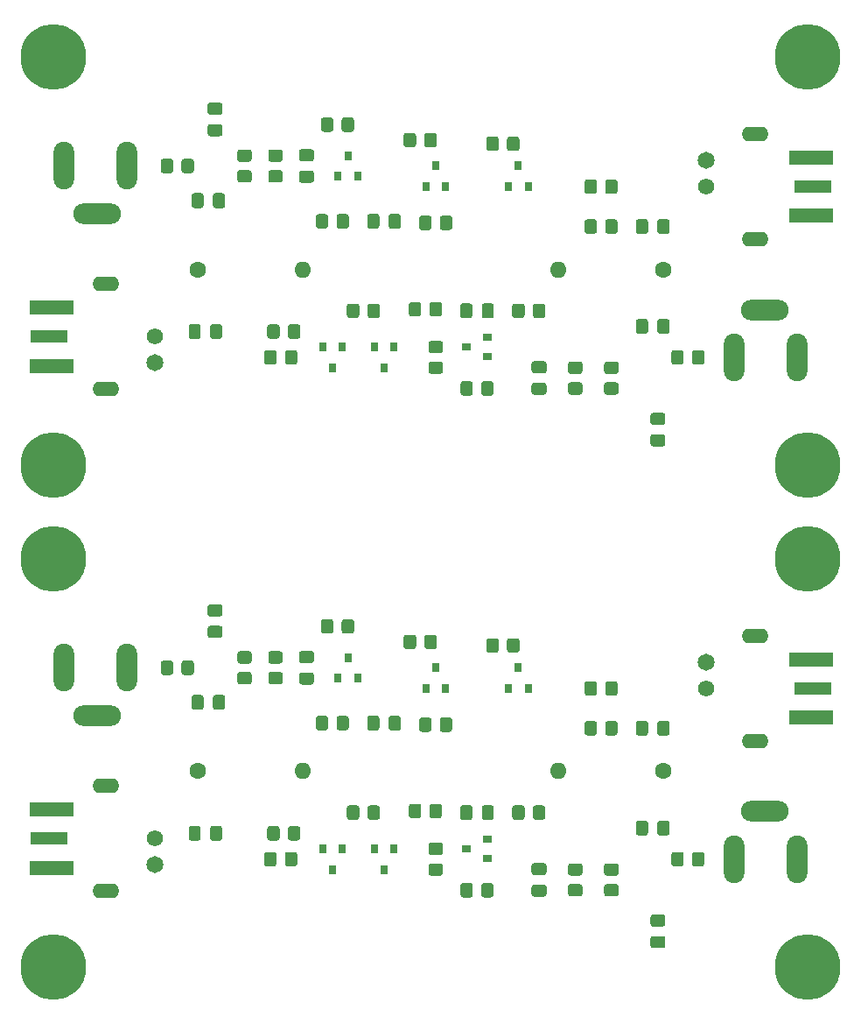
<source format=gts>
%MOIN*%
%OFA0B0*%
%FSLAX46Y46*%
%IPPOS*%
%LPD*%
%ADD10C,0.062992125984251982*%
%ADD11O,0.062992125984251982X0.062992125984251982*%
%ADD12R,0.16535433070866143X0.053149606299212608*%
%ADD13R,0.14173228346456693X0.05*%
%ADD14C,0.062*%
%ADD15C,0.065*%
%ADD16O,0.10236220472440946X0.055118110236220472*%
%ADD17R,0.031496062992125991X0.035433070866141732*%
%ADD18R,0.035433070866141732X0.031496062992125991*%
%ADD19O,0.18110236220472439X0.07874015748031496*%
%ADD20O,0.07874015748031496X0.18110236220472439*%
%ADD21C,0.25*%
%ADD32C,0.062992125984251982*%
%ADD33O,0.062992125984251982X0.062992125984251982*%
%ADD34R,0.16535433070866143X0.053149606299212608*%
%ADD35R,0.14173228346456693X0.05*%
%ADD36C,0.062*%
%ADD37C,0.065*%
%ADD38O,0.10236220472440946X0.055118110236220472*%
%ADD39R,0.031496062992125991X0.035433070866141732*%
%ADD40R,0.035433070866141732X0.031496062992125991*%
%ADD41O,0.18110236220472439X0.07874015748031496*%
%ADD42O,0.07874015748031496X0.18110236220472439*%
%ADD43C,0.25*%
%LPD*%
G01*
G36*
G01*
X0002618110Y0000568897D02*
X0002618110Y0000533464D01*
G75*
G02*
X0002608267Y0000523622I-0000009842D01*
G01*
X0002580708Y0000523622D01*
G75*
G02*
X0002570866Y0000533464J0000009842D01*
G01*
X0002570866Y0000568897D01*
G75*
G02*
X0002580708Y0000578740I0000009842D01*
G01*
X0002608267Y0000578740D01*
G75*
G02*
X0002618110Y0000568897J-0000009842D01*
G01*
G37*
G36*
G01*
X0002539370Y0000568897D02*
X0002539370Y0000533464D01*
G75*
G02*
X0002529527Y0000523622I-0000009842D01*
G01*
X0002501968Y0000523622D01*
G75*
G02*
X0002492125Y0000533464J0000009842D01*
G01*
X0002492125Y0000568897D01*
G75*
G02*
X0002501968Y0000578740I0000009842D01*
G01*
X0002529527Y0000578740D01*
G75*
G02*
X0002539370Y0000568897J-0000009842D01*
G01*
G37*
D10*
X0002461614Y0000885826D03*
D11*
X0002061614Y0000885826D03*
D12*
X0000129921Y0000741141D03*
X0000129921Y0000518700D03*
D13*
X0000122047Y0000629921D03*
X0003031496Y0001200787D03*
D12*
X0003023622Y0001312007D03*
X0003023622Y0001089566D03*
D14*
X0000523622Y0000629921D03*
D15*
X0000523622Y0000529921D03*
D16*
X0000339370Y0000429921D03*
X0000339370Y0000829921D03*
X0002810236Y0001000787D03*
X0002810236Y0001400787D03*
D15*
X0002625984Y0001300787D03*
D14*
X0002625984Y0001200787D03*
G36*
G01*
X0000735236Y0001520669D02*
X0000772637Y0001520669D01*
G75*
G02*
X0000782480Y0001510826J-0000009842D01*
G01*
X0000782480Y0001484251D01*
G75*
G02*
X0000772637Y0001474409I-0000009842D01*
G01*
X0000735236Y0001474409D01*
G75*
G02*
X0000725393Y0001484251J0000009842D01*
G01*
X0000725393Y0001510826D01*
G75*
G02*
X0000735236Y0001520669I0000009842D01*
G01*
G37*
G36*
G01*
X0000735236Y0001438976D02*
X0000772637Y0001438976D01*
G75*
G02*
X0000782480Y0001429133J-0000009842D01*
G01*
X0000782480Y0001402559D01*
G75*
G02*
X0000772637Y0001392716I-0000009842D01*
G01*
X0000735236Y0001392716D01*
G75*
G02*
X0000725393Y0001402559J0000009842D01*
G01*
X0000725393Y0001429133D01*
G75*
G02*
X0000735236Y0001438976I0000009842D01*
G01*
G37*
G36*
G01*
X0000710629Y0001166338D02*
X0000710629Y0001128936D01*
G75*
G02*
X0000700787Y0001119094I-0000009842D01*
G01*
X0000674212Y0001119094D01*
G75*
G02*
X0000664370Y0001128936J0000009842D01*
G01*
X0000664370Y0001166338D01*
G75*
G02*
X0000674212Y0001176181I0000009842D01*
G01*
X0000700787Y0001176181D01*
G75*
G02*
X0000710629Y0001166338J-0000009842D01*
G01*
G37*
G36*
G01*
X0000792322Y0001166338D02*
X0000792322Y0001128936D01*
G75*
G02*
X0000782480Y0001119094I-0000009842D01*
G01*
X0000755905Y0001119094D01*
G75*
G02*
X0000746062Y0001128936J0000009842D01*
G01*
X0000746062Y0001166338D01*
G75*
G02*
X0000755905Y0001176181I0000009842D01*
G01*
X0000782480Y0001176181D01*
G75*
G02*
X0000792322Y0001166338J-0000009842D01*
G01*
G37*
G36*
G01*
X0001083661Y0001343503D02*
X0001121062Y0001343503D01*
G75*
G02*
X0001130905Y0001333661J-0000009842D01*
G01*
X0001130905Y0001307086D01*
G75*
G02*
X0001121062Y0001297244I-0000009842D01*
G01*
X0001083661Y0001297244D01*
G75*
G02*
X0001073818Y0001307086J0000009842D01*
G01*
X0001073818Y0001333661D01*
G75*
G02*
X0001083661Y0001343503I0000009842D01*
G01*
G37*
G36*
G01*
X0001083661Y0001261810D02*
X0001121062Y0001261810D01*
G75*
G02*
X0001130905Y0001251968J-0000009842D01*
G01*
X0001130905Y0001225393D01*
G75*
G02*
X0001121062Y0001215551I-0000009842D01*
G01*
X0001083661Y0001215551D01*
G75*
G02*
X0001073818Y0001225393J0000009842D01*
G01*
X0001073818Y0001251968D01*
G75*
G02*
X0001083661Y0001261810I0000009842D01*
G01*
G37*
G36*
G01*
X0001379921Y0001087598D02*
X0001379921Y0001050196D01*
G75*
G02*
X0001370078Y0001040354I-0000009842D01*
G01*
X0001343503Y0001040354D01*
G75*
G02*
X0001333661Y0001050196J0000009842D01*
G01*
X0001333661Y0001087598D01*
G75*
G02*
X0001343503Y0001097440I0000009842D01*
G01*
X0001370078Y0001097440D01*
G75*
G02*
X0001379921Y0001087598J-0000009842D01*
G01*
G37*
G36*
G01*
X0001461614Y0001087598D02*
X0001461614Y0001050196D01*
G75*
G02*
X0001451771Y0001040354I-0000009842D01*
G01*
X0001425196Y0001040354D01*
G75*
G02*
X0001415354Y0001050196J0000009842D01*
G01*
X0001415354Y0001087598D01*
G75*
G02*
X0001425196Y0001097440I0000009842D01*
G01*
X0001451771Y0001097440D01*
G75*
G02*
X0001461614Y0001087598J-0000009842D01*
G01*
G37*
G36*
G01*
X0002403543Y0001067913D02*
X0002403543Y0001030511D01*
G75*
G02*
X0002393700Y0001020669I-0000009842D01*
G01*
X0002367125Y0001020669D01*
G75*
G02*
X0002357283Y0001030511J0000009842D01*
G01*
X0002357283Y0001067913D01*
G75*
G02*
X0002367125Y0001077755I0000009842D01*
G01*
X0002393700Y0001077755D01*
G75*
G02*
X0002403543Y0001067913J-0000009842D01*
G01*
G37*
G36*
G01*
X0002485236Y0001067913D02*
X0002485236Y0001030511D01*
G75*
G02*
X0002475393Y0001020669I-0000009842D01*
G01*
X0002448818Y0001020669D01*
G75*
G02*
X0002438976Y0001030511J0000009842D01*
G01*
X0002438976Y0001067913D01*
G75*
G02*
X0002448818Y0001077755I0000009842D01*
G01*
X0002475393Y0001077755D01*
G75*
G02*
X0002485236Y0001067913J-0000009842D01*
G01*
G37*
G36*
G01*
X0002357283Y0000650590D02*
X0002357283Y0000687992D01*
G75*
G02*
X0002367125Y0000697834I0000009842D01*
G01*
X0002393700Y0000697834D01*
G75*
G02*
X0002403543Y0000687992J-0000009842D01*
G01*
X0002403543Y0000650590D01*
G75*
G02*
X0002393700Y0000640747I-0000009842D01*
G01*
X0002367125Y0000640747D01*
G75*
G02*
X0002357283Y0000650590J0000009842D01*
G01*
G37*
G36*
G01*
X0002438976Y0000650590D02*
X0002438976Y0000687992D01*
G75*
G02*
X0002448818Y0000697834I0000009842D01*
G01*
X0002475393Y0000697834D01*
G75*
G02*
X0002485236Y0000687992J-0000009842D01*
G01*
X0002485236Y0000650590D01*
G75*
G02*
X0002475393Y0000640747I-0000009842D01*
G01*
X0002448818Y0000640747D01*
G75*
G02*
X0002438976Y0000650590J0000009842D01*
G01*
G37*
G36*
G01*
X0002422244Y0000340551D02*
X0002459645Y0000340551D01*
G75*
G02*
X0002469488Y0000330708J-0000009842D01*
G01*
X0002469488Y0000304133D01*
G75*
G02*
X0002459645Y0000294291I-0000009842D01*
G01*
X0002422244Y0000294291D01*
G75*
G02*
X0002412401Y0000304133J0000009842D01*
G01*
X0002412401Y0000330708D01*
G75*
G02*
X0002422244Y0000340551I0000009842D01*
G01*
G37*
G36*
G01*
X0002422244Y0000258858D02*
X0002459645Y0000258858D01*
G75*
G02*
X0002469488Y0000249015J-0000009842D01*
G01*
X0002469488Y0000222440D01*
G75*
G02*
X0002459645Y0000212598I-0000009842D01*
G01*
X0002422244Y0000212598D01*
G75*
G02*
X0002412401Y0000222440J0000009842D01*
G01*
X0002412401Y0000249015D01*
G75*
G02*
X0002422244Y0000258858I0000009842D01*
G01*
G37*
G36*
G01*
X0002006889Y0000490157D02*
X0001969488Y0000490157D01*
G75*
G02*
X0001959645Y0000500000J0000009842D01*
G01*
X0001959645Y0000526574D01*
G75*
G02*
X0001969488Y0000536417I0000009842D01*
G01*
X0002006889Y0000536417D01*
G75*
G02*
X0002016732Y0000526574J-0000009842D01*
G01*
X0002016732Y0000500000D01*
G75*
G02*
X0002006889Y0000490157I-0000009842D01*
G01*
G37*
G36*
G01*
X0002006889Y0000408464D02*
X0001969488Y0000408464D01*
G75*
G02*
X0001959645Y0000418307J0000009842D01*
G01*
X0001959645Y0000444881D01*
G75*
G02*
X0001969488Y0000454724I0000009842D01*
G01*
X0002006889Y0000454724D01*
G75*
G02*
X0002016732Y0000444881J-0000009842D01*
G01*
X0002016732Y0000418307D01*
G75*
G02*
X0002006889Y0000408464I-0000009842D01*
G01*
G37*
G36*
G01*
X0001687992Y0000709645D02*
X0001687992Y0000747047D01*
G75*
G02*
X0001697834Y0000756889I0000009842D01*
G01*
X0001724409Y0000756889D01*
G75*
G02*
X0001734251Y0000747047J-0000009842D01*
G01*
X0001734251Y0000709645D01*
G75*
G02*
X0001724409Y0000699803I-0000009842D01*
G01*
X0001697834Y0000699803D01*
G75*
G02*
X0001687992Y0000709645J0000009842D01*
G01*
G37*
G36*
G01*
X0001769685Y0000709645D02*
X0001769685Y0000747047D01*
G75*
G02*
X0001779527Y0000756889I0000009842D01*
G01*
X0001806102Y0000756889D01*
G75*
G02*
X0001815944Y0000747047J-0000009842D01*
G01*
X0001815944Y0000709645D01*
G75*
G02*
X0001806102Y0000699803I-0000009842D01*
G01*
X0001779527Y0000699803D01*
G75*
G02*
X0001769685Y0000709645J0000009842D01*
G01*
G37*
G36*
G01*
X0000735039Y0000630905D02*
X0000735039Y0000668307D01*
G75*
G02*
X0000744881Y0000678149I0000009842D01*
G01*
X0000771456Y0000678149D01*
G75*
G02*
X0000781299Y0000668307J-0000009842D01*
G01*
X0000781299Y0000630905D01*
G75*
G02*
X0000771456Y0000621062I-0000009842D01*
G01*
X0000744881Y0000621062D01*
G75*
G02*
X0000735039Y0000630905J0000009842D01*
G01*
G37*
G36*
G01*
X0000653346Y0000630905D02*
X0000653346Y0000668307D01*
G75*
G02*
X0000663188Y0000678149I0000009842D01*
G01*
X0000689763Y0000678149D01*
G75*
G02*
X0000699606Y0000668307J-0000009842D01*
G01*
X0000699606Y0000630905D01*
G75*
G02*
X0000689763Y0000621062I-0000009842D01*
G01*
X0000663188Y0000621062D01*
G75*
G02*
X0000653346Y0000630905J0000009842D01*
G01*
G37*
G36*
G01*
X0000966535Y0001263779D02*
X0001001968Y0001263779D01*
G75*
G02*
X0001011811Y0001253937J-0000009842D01*
G01*
X0001011811Y0001226377D01*
G75*
G02*
X0001001968Y0001216535I-0000009842D01*
G01*
X0000966535Y0001216535D01*
G75*
G02*
X0000956692Y0001226377J0000009842D01*
G01*
X0000956692Y0001253937D01*
G75*
G02*
X0000966535Y0001263779I0000009842D01*
G01*
G37*
G36*
G01*
X0000966535Y0001342519D02*
X0001001968Y0001342519D01*
G75*
G02*
X0001011811Y0001332677J-0000009842D01*
G01*
X0001011811Y0001305118D01*
G75*
G02*
X0001001968Y0001295275I-0000009842D01*
G01*
X0000966535Y0001295275D01*
G75*
G02*
X0000956692Y0001305118J0000009842D01*
G01*
X0000956692Y0001332677D01*
G75*
G02*
X0000966535Y0001342519I0000009842D01*
G01*
G37*
G36*
G01*
X0000883858Y0001216535D02*
X0000848425Y0001216535D01*
G75*
G02*
X0000838582Y0001226377J0000009842D01*
G01*
X0000838582Y0001253937D01*
G75*
G02*
X0000848425Y0001263779I0000009842D01*
G01*
X0000883858Y0001263779D01*
G75*
G02*
X0000893700Y0001253937J-0000009842D01*
G01*
X0000893700Y0001226377D01*
G75*
G02*
X0000883858Y0001216535I-0000009842D01*
G01*
G37*
G36*
G01*
X0000883858Y0001295275D02*
X0000848425Y0001295275D01*
G75*
G02*
X0000838582Y0001305118J0000009842D01*
G01*
X0000838582Y0001332677D01*
G75*
G02*
X0000848425Y0001342519I0000009842D01*
G01*
X0000883858Y0001342519D01*
G75*
G02*
X0000893700Y0001332677J-0000009842D01*
G01*
X0000893700Y0001305118D01*
G75*
G02*
X0000883858Y0001295275I-0000009842D01*
G01*
G37*
G36*
G01*
X0001283464Y0001454724D02*
X0001283464Y0001419291D01*
G75*
G02*
X0001273622Y0001409448I-0000009842D01*
G01*
X0001246062Y0001409448D01*
G75*
G02*
X0001236220Y0001419291J0000009842D01*
G01*
X0001236220Y0001454724D01*
G75*
G02*
X0001246062Y0001464566I0000009842D01*
G01*
X0001273622Y0001464566D01*
G75*
G02*
X0001283464Y0001454724J-0000009842D01*
G01*
G37*
G36*
G01*
X0001204724Y0001454724D02*
X0001204724Y0001419291D01*
G75*
G02*
X0001194881Y0001409448I-0000009842D01*
G01*
X0001167322Y0001409448D01*
G75*
G02*
X0001157480Y0001419291J0000009842D01*
G01*
X0001157480Y0001454724D01*
G75*
G02*
X0001167322Y0001464566I0000009842D01*
G01*
X0001194881Y0001464566D01*
G75*
G02*
X0001204724Y0001454724J-0000009842D01*
G01*
G37*
G36*
G01*
X0000625984Y0001261810D02*
X0000625984Y0001297244D01*
G75*
G02*
X0000635826Y0001307086I0000009842D01*
G01*
X0000663385Y0001307086D01*
G75*
G02*
X0000673228Y0001297244J-0000009842D01*
G01*
X0000673228Y0001261810D01*
G75*
G02*
X0000663385Y0001251968I-0000009842D01*
G01*
X0000635826Y0001251968D01*
G75*
G02*
X0000625984Y0001261810J0000009842D01*
G01*
G37*
G36*
G01*
X0000547244Y0001261810D02*
X0000547244Y0001297244D01*
G75*
G02*
X0000557086Y0001307086I0000009842D01*
G01*
X0000584645Y0001307086D01*
G75*
G02*
X0000594488Y0001297244J-0000009842D01*
G01*
X0000594488Y0001261810D01*
G75*
G02*
X0000584645Y0001251968I-0000009842D01*
G01*
X0000557086Y0001251968D01*
G75*
G02*
X0000547244Y0001261810J0000009842D01*
G01*
G37*
G36*
G01*
X0001598425Y0001395669D02*
X0001598425Y0001360236D01*
G75*
G02*
X0001588582Y0001350393I-0000009842D01*
G01*
X0001561023Y0001350393D01*
G75*
G02*
X0001551181Y0001360236J0000009842D01*
G01*
X0001551181Y0001395669D01*
G75*
G02*
X0001561023Y0001405511I0000009842D01*
G01*
X0001588582Y0001405511D01*
G75*
G02*
X0001598425Y0001395669J-0000009842D01*
G01*
G37*
G36*
G01*
X0001519685Y0001395669D02*
X0001519685Y0001360236D01*
G75*
G02*
X0001509842Y0001350393I-0000009842D01*
G01*
X0001482283Y0001350393D01*
G75*
G02*
X0001472440Y0001360236J0000009842D01*
G01*
X0001472440Y0001395669D01*
G75*
G02*
X0001482283Y0001405511I0000009842D01*
G01*
X0001509842Y0001405511D01*
G75*
G02*
X0001519685Y0001395669J-0000009842D01*
G01*
G37*
G36*
G01*
X0001263779Y0001086614D02*
X0001263779Y0001051181D01*
G75*
G02*
X0001253937Y0001041338I-0000009842D01*
G01*
X0001226377Y0001041338D01*
G75*
G02*
X0001216535Y0001051181J0000009842D01*
G01*
X0001216535Y0001086614D01*
G75*
G02*
X0001226377Y0001096456I0000009842D01*
G01*
X0001253937Y0001096456D01*
G75*
G02*
X0001263779Y0001086614J-0000009842D01*
G01*
G37*
G36*
G01*
X0001185039Y0001086614D02*
X0001185039Y0001051181D01*
G75*
G02*
X0001175196Y0001041338I-0000009842D01*
G01*
X0001147637Y0001041338D01*
G75*
G02*
X0001137795Y0001051181J0000009842D01*
G01*
X0001137795Y0001086614D01*
G75*
G02*
X0001147637Y0001096456I0000009842D01*
G01*
X0001175196Y0001096456D01*
G75*
G02*
X0001185039Y0001086614J-0000009842D01*
G01*
G37*
G36*
G01*
X0001610236Y0001045275D02*
X0001610236Y0001080708D01*
G75*
G02*
X0001620078Y0001090551I0000009842D01*
G01*
X0001647637Y0001090551D01*
G75*
G02*
X0001657480Y0001080708J-0000009842D01*
G01*
X0001657480Y0001045275D01*
G75*
G02*
X0001647637Y0001035433I-0000009842D01*
G01*
X0001620078Y0001035433D01*
G75*
G02*
X0001610236Y0001045275J0000009842D01*
G01*
G37*
G36*
G01*
X0001531496Y0001045275D02*
X0001531496Y0001080708D01*
G75*
G02*
X0001541338Y0001090551I0000009842D01*
G01*
X0001568897Y0001090551D01*
G75*
G02*
X0001578740Y0001080708J-0000009842D01*
G01*
X0001578740Y0001045275D01*
G75*
G02*
X0001568897Y0001035433I-0000009842D01*
G01*
X0001541338Y0001035433D01*
G75*
G02*
X0001531496Y0001045275J0000009842D01*
G01*
G37*
G36*
G01*
X0001866141Y0001346456D02*
X0001866141Y0001381889D01*
G75*
G02*
X0001875984Y0001391732I0000009842D01*
G01*
X0001903543Y0001391732D01*
G75*
G02*
X0001913385Y0001381889J-0000009842D01*
G01*
X0001913385Y0001346456D01*
G75*
G02*
X0001903543Y0001336614I-0000009842D01*
G01*
X0001875984Y0001336614D01*
G75*
G02*
X0001866141Y0001346456J0000009842D01*
G01*
G37*
G36*
G01*
X0001787401Y0001346456D02*
X0001787401Y0001381889D01*
G75*
G02*
X0001797244Y0001391732I0000009842D01*
G01*
X0001824803Y0001391732D01*
G75*
G02*
X0001834645Y0001381889J-0000009842D01*
G01*
X0001834645Y0001346456D01*
G75*
G02*
X0001824803Y0001336614I-0000009842D01*
G01*
X0001797244Y0001336614D01*
G75*
G02*
X0001787401Y0001346456J0000009842D01*
G01*
G37*
G36*
G01*
X0002161417Y0001183070D02*
X0002161417Y0001218503D01*
G75*
G02*
X0002171259Y0001228346I0000009842D01*
G01*
X0002198818Y0001228346D01*
G75*
G02*
X0002208661Y0001218503J-0000009842D01*
G01*
X0002208661Y0001183070D01*
G75*
G02*
X0002198818Y0001173228I-0000009842D01*
G01*
X0002171259Y0001173228D01*
G75*
G02*
X0002161417Y0001183070J0000009842D01*
G01*
G37*
G36*
G01*
X0002240157Y0001183070D02*
X0002240157Y0001218503D01*
G75*
G02*
X0002249999Y0001228346I0000009842D01*
G01*
X0002277559Y0001228346D01*
G75*
G02*
X0002287401Y0001218503J-0000009842D01*
G01*
X0002287401Y0001183070D01*
G75*
G02*
X0002277559Y0001173228I-0000009842D01*
G01*
X0002249999Y0001173228D01*
G75*
G02*
X0002240157Y0001183070J0000009842D01*
G01*
G37*
G36*
G01*
X0002208661Y0001066929D02*
X0002208661Y0001031495D01*
G75*
G02*
X0002198818Y0001021653I-0000009842D01*
G01*
X0002171259Y0001021653D01*
G75*
G02*
X0002161417Y0001031495J0000009842D01*
G01*
X0002161417Y0001066929D01*
G75*
G02*
X0002171259Y0001076771I0000009842D01*
G01*
X0002198818Y0001076771D01*
G75*
G02*
X0002208661Y0001066929J-0000009842D01*
G01*
G37*
G36*
G01*
X0002287401Y0001066929D02*
X0002287401Y0001031495D01*
G75*
G02*
X0002277559Y0001021653I-0000009842D01*
G01*
X0002249999Y0001021653D01*
G75*
G02*
X0002240157Y0001031495J0000009842D01*
G01*
X0002240157Y0001066929D01*
G75*
G02*
X0002249999Y0001076771I0000009842D01*
G01*
X0002277559Y0001076771D01*
G75*
G02*
X0002287401Y0001066929J-0000009842D01*
G01*
G37*
G36*
G01*
X0002143700Y0000488188D02*
X0002108267Y0000488188D01*
G75*
G02*
X0002098425Y0000498031J0000009842D01*
G01*
X0002098425Y0000525590D01*
G75*
G02*
X0002108267Y0000535433I0000009842D01*
G01*
X0002143700Y0000535433D01*
G75*
G02*
X0002153543Y0000525590J-0000009842D01*
G01*
X0002153543Y0000498031D01*
G75*
G02*
X0002143700Y0000488188I-0000009842D01*
G01*
G37*
G36*
G01*
X0002143700Y0000409448D02*
X0002108267Y0000409448D01*
G75*
G02*
X0002098425Y0000419291J0000009842D01*
G01*
X0002098425Y0000446850D01*
G75*
G02*
X0002108267Y0000456692I0000009842D01*
G01*
X0002143700Y0000456692D01*
G75*
G02*
X0002153543Y0000446850J-0000009842D01*
G01*
X0002153543Y0000419291D01*
G75*
G02*
X0002143700Y0000409448I-0000009842D01*
G01*
G37*
G36*
G01*
X0002246062Y0000535433D02*
X0002281496Y0000535433D01*
G75*
G02*
X0002291338Y0000525590J-0000009842D01*
G01*
X0002291338Y0000498031D01*
G75*
G02*
X0002281496Y0000488188I-0000009842D01*
G01*
X0002246062Y0000488188D01*
G75*
G02*
X0002236220Y0000498031J0000009842D01*
G01*
X0002236220Y0000525590D01*
G75*
G02*
X0002246062Y0000535433I0000009842D01*
G01*
G37*
G36*
G01*
X0002246062Y0000456692D02*
X0002281496Y0000456692D01*
G75*
G02*
X0002291338Y0000446850J-0000009842D01*
G01*
X0002291338Y0000419291D01*
G75*
G02*
X0002281496Y0000409448I-0000009842D01*
G01*
X0002246062Y0000409448D01*
G75*
G02*
X0002236220Y0000419291J0000009842D01*
G01*
X0002236220Y0000446850D01*
G75*
G02*
X0002246062Y0000456692I0000009842D01*
G01*
G37*
G36*
G01*
X0001688976Y0000415354D02*
X0001688976Y0000450787D01*
G75*
G02*
X0001698818Y0000460629I0000009842D01*
G01*
X0001726377Y0000460629D01*
G75*
G02*
X0001736220Y0000450787J-0000009842D01*
G01*
X0001736220Y0000415354D01*
G75*
G02*
X0001726377Y0000405511I-0000009842D01*
G01*
X0001698818Y0000405511D01*
G75*
G02*
X0001688976Y0000415354J0000009842D01*
G01*
G37*
G36*
G01*
X0001767716Y0000415354D02*
X0001767716Y0000450787D01*
G75*
G02*
X0001777559Y0000460629I0000009842D01*
G01*
X0001805118Y0000460629D01*
G75*
G02*
X0001814960Y0000450787J-0000009842D01*
G01*
X0001814960Y0000415354D01*
G75*
G02*
X0001805118Y0000405511I-0000009842D01*
G01*
X0001777559Y0000405511D01*
G75*
G02*
X0001767716Y0000415354J0000009842D01*
G01*
G37*
G36*
G01*
X0001612204Y0000566929D02*
X0001576771Y0000566929D01*
G75*
G02*
X0001566929Y0000576771J0000009842D01*
G01*
X0001566929Y0000604330D01*
G75*
G02*
X0001576771Y0000614173I0000009842D01*
G01*
X0001612204Y0000614173D01*
G75*
G02*
X0001622047Y0000604330J-0000009842D01*
G01*
X0001622047Y0000576771D01*
G75*
G02*
X0001612204Y0000566929I-0000009842D01*
G01*
G37*
G36*
G01*
X0001612204Y0000488188D02*
X0001576771Y0000488188D01*
G75*
G02*
X0001566929Y0000498031J0000009842D01*
G01*
X0001566929Y0000525590D01*
G75*
G02*
X0001576771Y0000535433I0000009842D01*
G01*
X0001612204Y0000535433D01*
G75*
G02*
X0001622047Y0000525590J-0000009842D01*
G01*
X0001622047Y0000498031D01*
G75*
G02*
X0001612204Y0000488188I-0000009842D01*
G01*
G37*
G36*
G01*
X0001964566Y0000710629D02*
X0001964566Y0000746063D01*
G75*
G02*
X0001974409Y0000755905I0000009842D01*
G01*
X0002001968Y0000755905D01*
G75*
G02*
X0002011810Y0000746063J-0000009842D01*
G01*
X0002011810Y0000710629D01*
G75*
G02*
X0002001968Y0000700787I-0000009842D01*
G01*
X0001974409Y0000700787D01*
G75*
G02*
X0001964566Y0000710629J0000009842D01*
G01*
G37*
G36*
G01*
X0001885826Y0000710629D02*
X0001885826Y0000746063D01*
G75*
G02*
X0001895669Y0000755905I0000009842D01*
G01*
X0001923228Y0000755905D01*
G75*
G02*
X0001933070Y0000746063J-0000009842D01*
G01*
X0001933070Y0000710629D01*
G75*
G02*
X0001923228Y0000700787I-0000009842D01*
G01*
X0001895669Y0000700787D01*
G75*
G02*
X0001885826Y0000710629J0000009842D01*
G01*
G37*
G36*
G01*
X0001539370Y0000751968D02*
X0001539370Y0000716535D01*
G75*
G02*
X0001529527Y0000706692I-0000009842D01*
G01*
X0001501968Y0000706692D01*
G75*
G02*
X0001492125Y0000716535J0000009842D01*
G01*
X0001492125Y0000751968D01*
G75*
G02*
X0001501968Y0000761810I0000009842D01*
G01*
X0001529527Y0000761810D01*
G75*
G02*
X0001539370Y0000751968J-0000009842D01*
G01*
G37*
G36*
G01*
X0001618110Y0000751968D02*
X0001618110Y0000716535D01*
G75*
G02*
X0001608267Y0000706692I-0000009842D01*
G01*
X0001580708Y0000706692D01*
G75*
G02*
X0001570866Y0000716535J0000009842D01*
G01*
X0001570866Y0000751968D01*
G75*
G02*
X0001580708Y0000761810I0000009842D01*
G01*
X0001608267Y0000761810D01*
G75*
G02*
X0001618110Y0000751968J-0000009842D01*
G01*
G37*
G36*
G01*
X0001381889Y0000746063D02*
X0001381889Y0000710629D01*
G75*
G02*
X0001372047Y0000700787I-0000009842D01*
G01*
X0001344488Y0000700787D01*
G75*
G02*
X0001334645Y0000710629J0000009842D01*
G01*
X0001334645Y0000746063D01*
G75*
G02*
X0001344488Y0000755905I0000009842D01*
G01*
X0001372047Y0000755905D01*
G75*
G02*
X0001381889Y0000746063J-0000009842D01*
G01*
G37*
G36*
G01*
X0001303149Y0000746063D02*
X0001303149Y0000710629D01*
G75*
G02*
X0001293307Y0000700787I-0000009842D01*
G01*
X0001265747Y0000700787D01*
G75*
G02*
X0001255905Y0000710629J0000009842D01*
G01*
X0001255905Y0000746063D01*
G75*
G02*
X0001265747Y0000755905I0000009842D01*
G01*
X0001293307Y0000755905D01*
G75*
G02*
X0001303149Y0000746063J-0000009842D01*
G01*
G37*
G36*
G01*
X0001066929Y0000568897D02*
X0001066929Y0000533464D01*
G75*
G02*
X0001057086Y0000523622I-0000009842D01*
G01*
X0001029527Y0000523622D01*
G75*
G02*
X0001019685Y0000533464J0000009842D01*
G01*
X0001019685Y0000568897D01*
G75*
G02*
X0001029527Y0000578740I0000009842D01*
G01*
X0001057086Y0000578740D01*
G75*
G02*
X0001066929Y0000568897J-0000009842D01*
G01*
G37*
G36*
G01*
X0000988188Y0000568897D02*
X0000988188Y0000533464D01*
G75*
G02*
X0000978346Y0000523622I-0000009842D01*
G01*
X0000950787Y0000523622D01*
G75*
G02*
X0000940944Y0000533464J0000009842D01*
G01*
X0000940944Y0000568897D01*
G75*
G02*
X0000950787Y0000578740I0000009842D01*
G01*
X0000978346Y0000578740D01*
G75*
G02*
X0000988188Y0000568897J-0000009842D01*
G01*
G37*
G36*
G01*
X0001031496Y0000631889D02*
X0001031496Y0000667322D01*
G75*
G02*
X0001041338Y0000677165I0000009842D01*
G01*
X0001068897Y0000677165D01*
G75*
G02*
X0001078740Y0000667322J-0000009842D01*
G01*
X0001078740Y0000631889D01*
G75*
G02*
X0001068897Y0000622047I-0000009842D01*
G01*
X0001041338Y0000622047D01*
G75*
G02*
X0001031496Y0000631889J0000009842D01*
G01*
G37*
G36*
G01*
X0000952755Y0000631889D02*
X0000952755Y0000667322D01*
G75*
G02*
X0000962598Y0000677165I0000009842D01*
G01*
X0000990157Y0000677165D01*
G75*
G02*
X0001000000Y0000667322J-0000009842D01*
G01*
X0001000000Y0000631889D01*
G75*
G02*
X0000990157Y0000622047I-0000009842D01*
G01*
X0000962598Y0000622047D01*
G75*
G02*
X0000952755Y0000631889J0000009842D01*
G01*
G37*
D17*
X0001222440Y0001240157D03*
X0001297244Y0001240157D03*
X0001259842Y0001318897D03*
X0001594488Y0001279527D03*
X0001631889Y0001200787D03*
X0001557086Y0001200787D03*
X0001872047Y0001200787D03*
X0001946850Y0001200787D03*
X0001909448Y0001279527D03*
D18*
X0001712598Y0000590551D03*
X0001791338Y0000627952D03*
X0001791338Y0000553149D03*
D17*
X0001435039Y0000590551D03*
X0001360236Y0000590551D03*
X0001397637Y0000511811D03*
X0001200787Y0000511811D03*
X0001163385Y0000590551D03*
X0001238188Y0000590551D03*
D19*
X0000303149Y0001098425D03*
D20*
X0000417322Y0001279527D03*
X0000177165Y0001279527D03*
X0002972440Y0000551181D03*
X0002732283Y0000551181D03*
D19*
X0002846456Y0000732283D03*
D11*
X0001088976Y0000885826D03*
D10*
X0000688976Y0000885826D03*
D21*
X0000137795Y0000141732D03*
X0003011811Y0000141732D03*
X0003011811Y0001692913D03*
X0000137795Y0001692913D03*
G04 next file*
%LPD*%
G04 Gerber Fmt 4.6, Leading zero omitted, Abs format (unit mm)*
G04 Created by KiCad (PCBNEW (5.1.10)-1) date 2021-11-13 18:12:33*
G01*
G04 APERTURE LIST*
G04 APERTURE END LIST*
G36*
G01*
X0002618110Y0002478346D02*
X0002618110Y0002442913D01*
G75*
G02*
X0002608267Y0002433070I-0000009842D01*
G01*
X0002580708Y0002433070D01*
G75*
G02*
X0002570866Y0002442913J0000009842D01*
G01*
X0002570866Y0002478346D01*
G75*
G02*
X0002580708Y0002488188I0000009842D01*
G01*
X0002608267Y0002488188D01*
G75*
G02*
X0002618110Y0002478346J-0000009842D01*
G01*
G37*
G36*
G01*
X0002539370Y0002478346D02*
X0002539370Y0002442913D01*
G75*
G02*
X0002529527Y0002433070I-0000009842D01*
G01*
X0002501968Y0002433070D01*
G75*
G02*
X0002492125Y0002442913J0000009842D01*
G01*
X0002492125Y0002478346D01*
G75*
G02*
X0002501968Y0002488188I0000009842D01*
G01*
X0002529527Y0002488188D01*
G75*
G02*
X0002539370Y0002478346J-0000009842D01*
G01*
G37*
D32*
X0002461614Y0002795275D03*
D33*
X0002061614Y0002795275D03*
D34*
X0000129921Y0002650590D03*
X0000129921Y0002428149D03*
D35*
X0000122047Y0002539370D03*
X0003031496Y0003110236D03*
D34*
X0003023622Y0003221456D03*
X0003023622Y0002999015D03*
D36*
X0000523622Y0002539370D03*
D37*
X0000523622Y0002439370D03*
D38*
X0000339370Y0002339370D03*
X0000339370Y0002739370D03*
X0002810236Y0002910236D03*
X0002810236Y0003310236D03*
D37*
X0002625984Y0003210236D03*
D36*
X0002625984Y0003110236D03*
G36*
G01*
X0000735236Y0003430118D02*
X0000772637Y0003430118D01*
G75*
G02*
X0000782480Y0003420275J-0000009842D01*
G01*
X0000782480Y0003393700D01*
G75*
G02*
X0000772637Y0003383858I-0000009842D01*
G01*
X0000735236Y0003383858D01*
G75*
G02*
X0000725393Y0003393700J0000009842D01*
G01*
X0000725393Y0003420275D01*
G75*
G02*
X0000735236Y0003430118I0000009842D01*
G01*
G37*
G36*
G01*
X0000735236Y0003348425D02*
X0000772637Y0003348425D01*
G75*
G02*
X0000782480Y0003338582J-0000009842D01*
G01*
X0000782480Y0003312007D01*
G75*
G02*
X0000772637Y0003302165I-0000009842D01*
G01*
X0000735236Y0003302165D01*
G75*
G02*
X0000725393Y0003312007J0000009842D01*
G01*
X0000725393Y0003338582D01*
G75*
G02*
X0000735236Y0003348425I0000009842D01*
G01*
G37*
G36*
G01*
X0000710629Y0003075787D02*
X0000710629Y0003038385D01*
G75*
G02*
X0000700787Y0003028543I-0000009842D01*
G01*
X0000674212Y0003028543D01*
G75*
G02*
X0000664370Y0003038385J0000009842D01*
G01*
X0000664370Y0003075787D01*
G75*
G02*
X0000674212Y0003085629I0000009842D01*
G01*
X0000700787Y0003085629D01*
G75*
G02*
X0000710629Y0003075787J-0000009842D01*
G01*
G37*
G36*
G01*
X0000792322Y0003075787D02*
X0000792322Y0003038385D01*
G75*
G02*
X0000782480Y0003028543I-0000009842D01*
G01*
X0000755905Y0003028543D01*
G75*
G02*
X0000746062Y0003038385J0000009842D01*
G01*
X0000746062Y0003075787D01*
G75*
G02*
X0000755905Y0003085629I0000009842D01*
G01*
X0000782480Y0003085629D01*
G75*
G02*
X0000792322Y0003075787J-0000009842D01*
G01*
G37*
G36*
G01*
X0001083661Y0003252952D02*
X0001121062Y0003252952D01*
G75*
G02*
X0001130905Y0003243110J-0000009842D01*
G01*
X0001130905Y0003216535D01*
G75*
G02*
X0001121062Y0003206692I-0000009842D01*
G01*
X0001083661Y0003206692D01*
G75*
G02*
X0001073818Y0003216535J0000009842D01*
G01*
X0001073818Y0003243110D01*
G75*
G02*
X0001083661Y0003252952I0000009842D01*
G01*
G37*
G36*
G01*
X0001083661Y0003171259D02*
X0001121062Y0003171259D01*
G75*
G02*
X0001130905Y0003161417J-0000009842D01*
G01*
X0001130905Y0003134842D01*
G75*
G02*
X0001121062Y0003125000I-0000009842D01*
G01*
X0001083661Y0003125000D01*
G75*
G02*
X0001073818Y0003134842J0000009842D01*
G01*
X0001073818Y0003161417D01*
G75*
G02*
X0001083661Y0003171259I0000009842D01*
G01*
G37*
G36*
G01*
X0001379921Y0002997047D02*
X0001379921Y0002959645D01*
G75*
G02*
X0001370078Y0002949803I-0000009842D01*
G01*
X0001343503Y0002949803D01*
G75*
G02*
X0001333661Y0002959645J0000009842D01*
G01*
X0001333661Y0002997047D01*
G75*
G02*
X0001343503Y0003006889I0000009842D01*
G01*
X0001370078Y0003006889D01*
G75*
G02*
X0001379921Y0002997047J-0000009842D01*
G01*
G37*
G36*
G01*
X0001461614Y0002997047D02*
X0001461614Y0002959645D01*
G75*
G02*
X0001451771Y0002949803I-0000009842D01*
G01*
X0001425196Y0002949803D01*
G75*
G02*
X0001415354Y0002959645J0000009842D01*
G01*
X0001415354Y0002997047D01*
G75*
G02*
X0001425196Y0003006889I0000009842D01*
G01*
X0001451771Y0003006889D01*
G75*
G02*
X0001461614Y0002997047J-0000009842D01*
G01*
G37*
G36*
G01*
X0002403543Y0002977362D02*
X0002403543Y0002939960D01*
G75*
G02*
X0002393700Y0002930118I-0000009842D01*
G01*
X0002367125Y0002930118D01*
G75*
G02*
X0002357283Y0002939960J0000009842D01*
G01*
X0002357283Y0002977362D01*
G75*
G02*
X0002367125Y0002987204I0000009842D01*
G01*
X0002393700Y0002987204D01*
G75*
G02*
X0002403543Y0002977362J-0000009842D01*
G01*
G37*
G36*
G01*
X0002485236Y0002977362D02*
X0002485236Y0002939960D01*
G75*
G02*
X0002475393Y0002930118I-0000009842D01*
G01*
X0002448818Y0002930118D01*
G75*
G02*
X0002438976Y0002939960J0000009842D01*
G01*
X0002438976Y0002977362D01*
G75*
G02*
X0002448818Y0002987204I0000009842D01*
G01*
X0002475393Y0002987204D01*
G75*
G02*
X0002485236Y0002977362J-0000009842D01*
G01*
G37*
G36*
G01*
X0002357283Y0002560039D02*
X0002357283Y0002597440D01*
G75*
G02*
X0002367125Y0002607283I0000009842D01*
G01*
X0002393700Y0002607283D01*
G75*
G02*
X0002403543Y0002597440J-0000009842D01*
G01*
X0002403543Y0002560039D01*
G75*
G02*
X0002393700Y0002550196I-0000009842D01*
G01*
X0002367125Y0002550196D01*
G75*
G02*
X0002357283Y0002560039J0000009842D01*
G01*
G37*
G36*
G01*
X0002438976Y0002560039D02*
X0002438976Y0002597440D01*
G75*
G02*
X0002448818Y0002607283I0000009842D01*
G01*
X0002475393Y0002607283D01*
G75*
G02*
X0002485236Y0002597440J-0000009842D01*
G01*
X0002485236Y0002560039D01*
G75*
G02*
X0002475393Y0002550196I-0000009842D01*
G01*
X0002448818Y0002550196D01*
G75*
G02*
X0002438976Y0002560039J0000009842D01*
G01*
G37*
G36*
G01*
X0002422244Y0002250000D02*
X0002459645Y0002250000D01*
G75*
G02*
X0002469488Y0002240157J-0000009842D01*
G01*
X0002469488Y0002213582D01*
G75*
G02*
X0002459645Y0002203740I-0000009842D01*
G01*
X0002422244Y0002203740D01*
G75*
G02*
X0002412401Y0002213582J0000009842D01*
G01*
X0002412401Y0002240157D01*
G75*
G02*
X0002422244Y0002250000I0000009842D01*
G01*
G37*
G36*
G01*
X0002422244Y0002168307D02*
X0002459645Y0002168307D01*
G75*
G02*
X0002469488Y0002158464J-0000009842D01*
G01*
X0002469488Y0002131889D01*
G75*
G02*
X0002459645Y0002122047I-0000009842D01*
G01*
X0002422244Y0002122047D01*
G75*
G02*
X0002412401Y0002131889J0000009842D01*
G01*
X0002412401Y0002158464D01*
G75*
G02*
X0002422244Y0002168307I0000009842D01*
G01*
G37*
G36*
G01*
X0002006889Y0002399606D02*
X0001969488Y0002399606D01*
G75*
G02*
X0001959645Y0002409448J0000009842D01*
G01*
X0001959645Y0002436023D01*
G75*
G02*
X0001969488Y0002445866I0000009842D01*
G01*
X0002006889Y0002445866D01*
G75*
G02*
X0002016732Y0002436023J-0000009842D01*
G01*
X0002016732Y0002409448D01*
G75*
G02*
X0002006889Y0002399606I-0000009842D01*
G01*
G37*
G36*
G01*
X0002006889Y0002317913D02*
X0001969488Y0002317913D01*
G75*
G02*
X0001959645Y0002327755J0000009842D01*
G01*
X0001959645Y0002354330D01*
G75*
G02*
X0001969488Y0002364173I0000009842D01*
G01*
X0002006889Y0002364173D01*
G75*
G02*
X0002016732Y0002354330J-0000009842D01*
G01*
X0002016732Y0002327755D01*
G75*
G02*
X0002006889Y0002317913I-0000009842D01*
G01*
G37*
G36*
G01*
X0001687992Y0002619094D02*
X0001687992Y0002656496D01*
G75*
G02*
X0001697834Y0002666338I0000009842D01*
G01*
X0001724409Y0002666338D01*
G75*
G02*
X0001734251Y0002656496J-0000009842D01*
G01*
X0001734251Y0002619094D01*
G75*
G02*
X0001724409Y0002609251I-0000009842D01*
G01*
X0001697834Y0002609251D01*
G75*
G02*
X0001687992Y0002619094J0000009842D01*
G01*
G37*
G36*
G01*
X0001769685Y0002619094D02*
X0001769685Y0002656496D01*
G75*
G02*
X0001779527Y0002666338I0000009842D01*
G01*
X0001806102Y0002666338D01*
G75*
G02*
X0001815944Y0002656496J-0000009842D01*
G01*
X0001815944Y0002619094D01*
G75*
G02*
X0001806102Y0002609251I-0000009842D01*
G01*
X0001779527Y0002609251D01*
G75*
G02*
X0001769685Y0002619094J0000009842D01*
G01*
G37*
G36*
G01*
X0000735039Y0002540354D02*
X0000735039Y0002577755D01*
G75*
G02*
X0000744881Y0002587598I0000009842D01*
G01*
X0000771456Y0002587598D01*
G75*
G02*
X0000781299Y0002577755J-0000009842D01*
G01*
X0000781299Y0002540354D01*
G75*
G02*
X0000771456Y0002530511I-0000009842D01*
G01*
X0000744881Y0002530511D01*
G75*
G02*
X0000735039Y0002540354J0000009842D01*
G01*
G37*
G36*
G01*
X0000653346Y0002540354D02*
X0000653346Y0002577755D01*
G75*
G02*
X0000663188Y0002587598I0000009842D01*
G01*
X0000689763Y0002587598D01*
G75*
G02*
X0000699606Y0002577755J-0000009842D01*
G01*
X0000699606Y0002540354D01*
G75*
G02*
X0000689763Y0002530511I-0000009842D01*
G01*
X0000663188Y0002530511D01*
G75*
G02*
X0000653346Y0002540354J0000009842D01*
G01*
G37*
G36*
G01*
X0000966535Y0003173228D02*
X0001001968Y0003173228D01*
G75*
G02*
X0001011811Y0003163385J-0000009842D01*
G01*
X0001011811Y0003135826D01*
G75*
G02*
X0001001968Y0003125984I-0000009842D01*
G01*
X0000966535Y0003125984D01*
G75*
G02*
X0000956692Y0003135826J0000009842D01*
G01*
X0000956692Y0003163385D01*
G75*
G02*
X0000966535Y0003173228I0000009842D01*
G01*
G37*
G36*
G01*
X0000966535Y0003251968D02*
X0001001968Y0003251968D01*
G75*
G02*
X0001011811Y0003242126J-0000009842D01*
G01*
X0001011811Y0003214566D01*
G75*
G02*
X0001001968Y0003204724I-0000009842D01*
G01*
X0000966535Y0003204724D01*
G75*
G02*
X0000956692Y0003214566J0000009842D01*
G01*
X0000956692Y0003242126D01*
G75*
G02*
X0000966535Y0003251968I0000009842D01*
G01*
G37*
G36*
G01*
X0000883858Y0003125984D02*
X0000848425Y0003125984D01*
G75*
G02*
X0000838582Y0003135826J0000009842D01*
G01*
X0000838582Y0003163385D01*
G75*
G02*
X0000848425Y0003173228I0000009842D01*
G01*
X0000883858Y0003173228D01*
G75*
G02*
X0000893700Y0003163385J-0000009842D01*
G01*
X0000893700Y0003135826D01*
G75*
G02*
X0000883858Y0003125984I-0000009842D01*
G01*
G37*
G36*
G01*
X0000883858Y0003204724D02*
X0000848425Y0003204724D01*
G75*
G02*
X0000838582Y0003214566J0000009842D01*
G01*
X0000838582Y0003242126D01*
G75*
G02*
X0000848425Y0003251968I0000009842D01*
G01*
X0000883858Y0003251968D01*
G75*
G02*
X0000893700Y0003242126J-0000009842D01*
G01*
X0000893700Y0003214566D01*
G75*
G02*
X0000883858Y0003204724I-0000009842D01*
G01*
G37*
G36*
G01*
X0001283464Y0003364173D02*
X0001283464Y0003328740D01*
G75*
G02*
X0001273622Y0003318897I-0000009842D01*
G01*
X0001246062Y0003318897D01*
G75*
G02*
X0001236220Y0003328740J0000009842D01*
G01*
X0001236220Y0003364173D01*
G75*
G02*
X0001246062Y0003374015I0000009842D01*
G01*
X0001273622Y0003374015D01*
G75*
G02*
X0001283464Y0003364173J-0000009842D01*
G01*
G37*
G36*
G01*
X0001204724Y0003364173D02*
X0001204724Y0003328740D01*
G75*
G02*
X0001194881Y0003318897I-0000009842D01*
G01*
X0001167322Y0003318897D01*
G75*
G02*
X0001157480Y0003328740J0000009842D01*
G01*
X0001157480Y0003364173D01*
G75*
G02*
X0001167322Y0003374015I0000009842D01*
G01*
X0001194881Y0003374015D01*
G75*
G02*
X0001204724Y0003364173J-0000009842D01*
G01*
G37*
G36*
G01*
X0000625984Y0003171259D02*
X0000625984Y0003206692D01*
G75*
G02*
X0000635826Y0003216535I0000009842D01*
G01*
X0000663385Y0003216535D01*
G75*
G02*
X0000673228Y0003206692J-0000009842D01*
G01*
X0000673228Y0003171259D01*
G75*
G02*
X0000663385Y0003161417I-0000009842D01*
G01*
X0000635826Y0003161417D01*
G75*
G02*
X0000625984Y0003171259J0000009842D01*
G01*
G37*
G36*
G01*
X0000547244Y0003171259D02*
X0000547244Y0003206692D01*
G75*
G02*
X0000557086Y0003216535I0000009842D01*
G01*
X0000584645Y0003216535D01*
G75*
G02*
X0000594488Y0003206692J-0000009842D01*
G01*
X0000594488Y0003171259D01*
G75*
G02*
X0000584645Y0003161417I-0000009842D01*
G01*
X0000557086Y0003161417D01*
G75*
G02*
X0000547244Y0003171259J0000009842D01*
G01*
G37*
G36*
G01*
X0001598425Y0003305118D02*
X0001598425Y0003269685D01*
G75*
G02*
X0001588582Y0003259842I-0000009842D01*
G01*
X0001561023Y0003259842D01*
G75*
G02*
X0001551181Y0003269685J0000009842D01*
G01*
X0001551181Y0003305118D01*
G75*
G02*
X0001561023Y0003314960I0000009842D01*
G01*
X0001588582Y0003314960D01*
G75*
G02*
X0001598425Y0003305118J-0000009842D01*
G01*
G37*
G36*
G01*
X0001519685Y0003305118D02*
X0001519685Y0003269685D01*
G75*
G02*
X0001509842Y0003259842I-0000009842D01*
G01*
X0001482283Y0003259842D01*
G75*
G02*
X0001472440Y0003269685J0000009842D01*
G01*
X0001472440Y0003305118D01*
G75*
G02*
X0001482283Y0003314960I0000009842D01*
G01*
X0001509842Y0003314960D01*
G75*
G02*
X0001519685Y0003305118J-0000009842D01*
G01*
G37*
G36*
G01*
X0001263779Y0002996063D02*
X0001263779Y0002960629D01*
G75*
G02*
X0001253937Y0002950787I-0000009842D01*
G01*
X0001226377Y0002950787D01*
G75*
G02*
X0001216535Y0002960629J0000009842D01*
G01*
X0001216535Y0002996063D01*
G75*
G02*
X0001226377Y0003005905I0000009842D01*
G01*
X0001253937Y0003005905D01*
G75*
G02*
X0001263779Y0002996063J-0000009842D01*
G01*
G37*
G36*
G01*
X0001185039Y0002996063D02*
X0001185039Y0002960629D01*
G75*
G02*
X0001175196Y0002950787I-0000009842D01*
G01*
X0001147637Y0002950787D01*
G75*
G02*
X0001137795Y0002960629J0000009842D01*
G01*
X0001137795Y0002996063D01*
G75*
G02*
X0001147637Y0003005905I0000009842D01*
G01*
X0001175196Y0003005905D01*
G75*
G02*
X0001185039Y0002996063J-0000009842D01*
G01*
G37*
G36*
G01*
X0001610236Y0002954724D02*
X0001610236Y0002990157D01*
G75*
G02*
X0001620078Y0003000000I0000009842D01*
G01*
X0001647637Y0003000000D01*
G75*
G02*
X0001657480Y0002990157J-0000009842D01*
G01*
X0001657480Y0002954724D01*
G75*
G02*
X0001647637Y0002944881I-0000009842D01*
G01*
X0001620078Y0002944881D01*
G75*
G02*
X0001610236Y0002954724J0000009842D01*
G01*
G37*
G36*
G01*
X0001531496Y0002954724D02*
X0001531496Y0002990157D01*
G75*
G02*
X0001541338Y0003000000I0000009842D01*
G01*
X0001568897Y0003000000D01*
G75*
G02*
X0001578740Y0002990157J-0000009842D01*
G01*
X0001578740Y0002954724D01*
G75*
G02*
X0001568897Y0002944881I-0000009842D01*
G01*
X0001541338Y0002944881D01*
G75*
G02*
X0001531496Y0002954724J0000009842D01*
G01*
G37*
G36*
G01*
X0001866141Y0003255905D02*
X0001866141Y0003291338D01*
G75*
G02*
X0001875984Y0003301181I0000009842D01*
G01*
X0001903543Y0003301181D01*
G75*
G02*
X0001913385Y0003291338J-0000009842D01*
G01*
X0001913385Y0003255905D01*
G75*
G02*
X0001903543Y0003246062I-0000009842D01*
G01*
X0001875984Y0003246062D01*
G75*
G02*
X0001866141Y0003255905J0000009842D01*
G01*
G37*
G36*
G01*
X0001787401Y0003255905D02*
X0001787401Y0003291338D01*
G75*
G02*
X0001797244Y0003301181I0000009842D01*
G01*
X0001824803Y0003301181D01*
G75*
G02*
X0001834645Y0003291338J-0000009842D01*
G01*
X0001834645Y0003255905D01*
G75*
G02*
X0001824803Y0003246062I-0000009842D01*
G01*
X0001797244Y0003246062D01*
G75*
G02*
X0001787401Y0003255905J0000009842D01*
G01*
G37*
G36*
G01*
X0002161417Y0003092519D02*
X0002161417Y0003127952D01*
G75*
G02*
X0002171259Y0003137795I0000009842D01*
G01*
X0002198818Y0003137795D01*
G75*
G02*
X0002208661Y0003127952J-0000009842D01*
G01*
X0002208661Y0003092519D01*
G75*
G02*
X0002198818Y0003082677I-0000009842D01*
G01*
X0002171259Y0003082677D01*
G75*
G02*
X0002161417Y0003092519J0000009842D01*
G01*
G37*
G36*
G01*
X0002240157Y0003092519D02*
X0002240157Y0003127952D01*
G75*
G02*
X0002249999Y0003137795I0000009842D01*
G01*
X0002277559Y0003137795D01*
G75*
G02*
X0002287401Y0003127952J-0000009842D01*
G01*
X0002287401Y0003092519D01*
G75*
G02*
X0002277559Y0003082677I-0000009842D01*
G01*
X0002249999Y0003082677D01*
G75*
G02*
X0002240157Y0003092519J0000009842D01*
G01*
G37*
G36*
G01*
X0002208661Y0002976377D02*
X0002208661Y0002940944D01*
G75*
G02*
X0002198818Y0002931102I-0000009842D01*
G01*
X0002171259Y0002931102D01*
G75*
G02*
X0002161417Y0002940944J0000009842D01*
G01*
X0002161417Y0002976377D01*
G75*
G02*
X0002171259Y0002986220I0000009842D01*
G01*
X0002198818Y0002986220D01*
G75*
G02*
X0002208661Y0002976377J-0000009842D01*
G01*
G37*
G36*
G01*
X0002287401Y0002976377D02*
X0002287401Y0002940944D01*
G75*
G02*
X0002277559Y0002931102I-0000009842D01*
G01*
X0002249999Y0002931102D01*
G75*
G02*
X0002240157Y0002940944J0000009842D01*
G01*
X0002240157Y0002976377D01*
G75*
G02*
X0002249999Y0002986220I0000009842D01*
G01*
X0002277559Y0002986220D01*
G75*
G02*
X0002287401Y0002976377J-0000009842D01*
G01*
G37*
G36*
G01*
X0002143700Y0002397637D02*
X0002108267Y0002397637D01*
G75*
G02*
X0002098425Y0002407480J0000009842D01*
G01*
X0002098425Y0002435039D01*
G75*
G02*
X0002108267Y0002444881I0000009842D01*
G01*
X0002143700Y0002444881D01*
G75*
G02*
X0002153543Y0002435039J-0000009842D01*
G01*
X0002153543Y0002407480D01*
G75*
G02*
X0002143700Y0002397637I-0000009842D01*
G01*
G37*
G36*
G01*
X0002143700Y0002318897D02*
X0002108267Y0002318897D01*
G75*
G02*
X0002098425Y0002328740J0000009842D01*
G01*
X0002098425Y0002356299D01*
G75*
G02*
X0002108267Y0002366141I0000009842D01*
G01*
X0002143700Y0002366141D01*
G75*
G02*
X0002153543Y0002356299J-0000009842D01*
G01*
X0002153543Y0002328740D01*
G75*
G02*
X0002143700Y0002318897I-0000009842D01*
G01*
G37*
G36*
G01*
X0002246062Y0002444881D02*
X0002281496Y0002444881D01*
G75*
G02*
X0002291338Y0002435039J-0000009842D01*
G01*
X0002291338Y0002407480D01*
G75*
G02*
X0002281496Y0002397637I-0000009842D01*
G01*
X0002246062Y0002397637D01*
G75*
G02*
X0002236220Y0002407480J0000009842D01*
G01*
X0002236220Y0002435039D01*
G75*
G02*
X0002246062Y0002444881I0000009842D01*
G01*
G37*
G36*
G01*
X0002246062Y0002366141D02*
X0002281496Y0002366141D01*
G75*
G02*
X0002291338Y0002356299J-0000009842D01*
G01*
X0002291338Y0002328740D01*
G75*
G02*
X0002281496Y0002318897I-0000009842D01*
G01*
X0002246062Y0002318897D01*
G75*
G02*
X0002236220Y0002328740J0000009842D01*
G01*
X0002236220Y0002356299D01*
G75*
G02*
X0002246062Y0002366141I0000009842D01*
G01*
G37*
G36*
G01*
X0001688976Y0002324803D02*
X0001688976Y0002360236D01*
G75*
G02*
X0001698818Y0002370078I0000009842D01*
G01*
X0001726377Y0002370078D01*
G75*
G02*
X0001736220Y0002360236J-0000009842D01*
G01*
X0001736220Y0002324803D01*
G75*
G02*
X0001726377Y0002314960I-0000009842D01*
G01*
X0001698818Y0002314960D01*
G75*
G02*
X0001688976Y0002324803J0000009842D01*
G01*
G37*
G36*
G01*
X0001767716Y0002324803D02*
X0001767716Y0002360236D01*
G75*
G02*
X0001777559Y0002370078I0000009842D01*
G01*
X0001805118Y0002370078D01*
G75*
G02*
X0001814960Y0002360236J-0000009842D01*
G01*
X0001814960Y0002324803D01*
G75*
G02*
X0001805118Y0002314960I-0000009842D01*
G01*
X0001777559Y0002314960D01*
G75*
G02*
X0001767716Y0002324803J0000009842D01*
G01*
G37*
G36*
G01*
X0001612204Y0002476377D02*
X0001576771Y0002476377D01*
G75*
G02*
X0001566929Y0002486220J0000009842D01*
G01*
X0001566929Y0002513779D01*
G75*
G02*
X0001576771Y0002523622I0000009842D01*
G01*
X0001612204Y0002523622D01*
G75*
G02*
X0001622047Y0002513779J-0000009842D01*
G01*
X0001622047Y0002486220D01*
G75*
G02*
X0001612204Y0002476377I-0000009842D01*
G01*
G37*
G36*
G01*
X0001612204Y0002397637D02*
X0001576771Y0002397637D01*
G75*
G02*
X0001566929Y0002407480J0000009842D01*
G01*
X0001566929Y0002435039D01*
G75*
G02*
X0001576771Y0002444881I0000009842D01*
G01*
X0001612204Y0002444881D01*
G75*
G02*
X0001622047Y0002435039J-0000009842D01*
G01*
X0001622047Y0002407480D01*
G75*
G02*
X0001612204Y0002397637I-0000009842D01*
G01*
G37*
G36*
G01*
X0001964566Y0002620078D02*
X0001964566Y0002655511D01*
G75*
G02*
X0001974409Y0002665354I0000009842D01*
G01*
X0002001968Y0002665354D01*
G75*
G02*
X0002011810Y0002655511J-0000009842D01*
G01*
X0002011810Y0002620078D01*
G75*
G02*
X0002001968Y0002610236I-0000009842D01*
G01*
X0001974409Y0002610236D01*
G75*
G02*
X0001964566Y0002620078J0000009842D01*
G01*
G37*
G36*
G01*
X0001885826Y0002620078D02*
X0001885826Y0002655511D01*
G75*
G02*
X0001895669Y0002665354I0000009842D01*
G01*
X0001923228Y0002665354D01*
G75*
G02*
X0001933070Y0002655511J-0000009842D01*
G01*
X0001933070Y0002620078D01*
G75*
G02*
X0001923228Y0002610236I-0000009842D01*
G01*
X0001895669Y0002610236D01*
G75*
G02*
X0001885826Y0002620078J0000009842D01*
G01*
G37*
G36*
G01*
X0001539370Y0002661417D02*
X0001539370Y0002625984D01*
G75*
G02*
X0001529527Y0002616141I-0000009842D01*
G01*
X0001501968Y0002616141D01*
G75*
G02*
X0001492125Y0002625984J0000009842D01*
G01*
X0001492125Y0002661417D01*
G75*
G02*
X0001501968Y0002671259I0000009842D01*
G01*
X0001529527Y0002671259D01*
G75*
G02*
X0001539370Y0002661417J-0000009842D01*
G01*
G37*
G36*
G01*
X0001618110Y0002661417D02*
X0001618110Y0002625984D01*
G75*
G02*
X0001608267Y0002616141I-0000009842D01*
G01*
X0001580708Y0002616141D01*
G75*
G02*
X0001570866Y0002625984J0000009842D01*
G01*
X0001570866Y0002661417D01*
G75*
G02*
X0001580708Y0002671259I0000009842D01*
G01*
X0001608267Y0002671259D01*
G75*
G02*
X0001618110Y0002661417J-0000009842D01*
G01*
G37*
G36*
G01*
X0001381889Y0002655511D02*
X0001381889Y0002620078D01*
G75*
G02*
X0001372047Y0002610236I-0000009842D01*
G01*
X0001344488Y0002610236D01*
G75*
G02*
X0001334645Y0002620078J0000009842D01*
G01*
X0001334645Y0002655511D01*
G75*
G02*
X0001344488Y0002665354I0000009842D01*
G01*
X0001372047Y0002665354D01*
G75*
G02*
X0001381889Y0002655511J-0000009842D01*
G01*
G37*
G36*
G01*
X0001303149Y0002655511D02*
X0001303149Y0002620078D01*
G75*
G02*
X0001293307Y0002610236I-0000009842D01*
G01*
X0001265747Y0002610236D01*
G75*
G02*
X0001255905Y0002620078J0000009842D01*
G01*
X0001255905Y0002655511D01*
G75*
G02*
X0001265747Y0002665354I0000009842D01*
G01*
X0001293307Y0002665354D01*
G75*
G02*
X0001303149Y0002655511J-0000009842D01*
G01*
G37*
G36*
G01*
X0001066929Y0002478346D02*
X0001066929Y0002442913D01*
G75*
G02*
X0001057086Y0002433070I-0000009842D01*
G01*
X0001029527Y0002433070D01*
G75*
G02*
X0001019685Y0002442913J0000009842D01*
G01*
X0001019685Y0002478346D01*
G75*
G02*
X0001029527Y0002488188I0000009842D01*
G01*
X0001057086Y0002488188D01*
G75*
G02*
X0001066929Y0002478346J-0000009842D01*
G01*
G37*
G36*
G01*
X0000988188Y0002478346D02*
X0000988188Y0002442913D01*
G75*
G02*
X0000978346Y0002433070I-0000009842D01*
G01*
X0000950787Y0002433070D01*
G75*
G02*
X0000940944Y0002442913J0000009842D01*
G01*
X0000940944Y0002478346D01*
G75*
G02*
X0000950787Y0002488188I0000009842D01*
G01*
X0000978346Y0002488188D01*
G75*
G02*
X0000988188Y0002478346J-0000009842D01*
G01*
G37*
G36*
G01*
X0001031496Y0002541338D02*
X0001031496Y0002576771D01*
G75*
G02*
X0001041338Y0002586614I0000009842D01*
G01*
X0001068897Y0002586614D01*
G75*
G02*
X0001078740Y0002576771J-0000009842D01*
G01*
X0001078740Y0002541338D01*
G75*
G02*
X0001068897Y0002531496I-0000009842D01*
G01*
X0001041338Y0002531496D01*
G75*
G02*
X0001031496Y0002541338J0000009842D01*
G01*
G37*
G36*
G01*
X0000952755Y0002541338D02*
X0000952755Y0002576771D01*
G75*
G02*
X0000962598Y0002586614I0000009842D01*
G01*
X0000990157Y0002586614D01*
G75*
G02*
X0001000000Y0002576771J-0000009842D01*
G01*
X0001000000Y0002541338D01*
G75*
G02*
X0000990157Y0002531496I-0000009842D01*
G01*
X0000962598Y0002531496D01*
G75*
G02*
X0000952755Y0002541338J0000009842D01*
G01*
G37*
D39*
X0001222440Y0003149606D03*
X0001297244Y0003149606D03*
X0001259842Y0003228346D03*
X0001594488Y0003188976D03*
X0001631889Y0003110236D03*
X0001557086Y0003110236D03*
X0001872047Y0003110236D03*
X0001946850Y0003110236D03*
X0001909448Y0003188976D03*
D40*
X0001712598Y0002500000D03*
X0001791338Y0002537401D03*
X0001791338Y0002462598D03*
D39*
X0001435039Y0002500000D03*
X0001360236Y0002500000D03*
X0001397637Y0002421259D03*
X0001200787Y0002421259D03*
X0001163385Y0002500000D03*
X0001238188Y0002500000D03*
D41*
X0000303149Y0003007874D03*
D42*
X0000417322Y0003188976D03*
X0000177165Y0003188976D03*
X0002972440Y0002460629D03*
X0002732283Y0002460629D03*
D41*
X0002846456Y0002641732D03*
D33*
X0001088976Y0002795275D03*
D32*
X0000688976Y0002795275D03*
D43*
X0000137795Y0002051181D03*
X0003011811Y0002051181D03*
X0003011811Y0003602362D03*
X0000137795Y0003602362D03*
M02*
</source>
